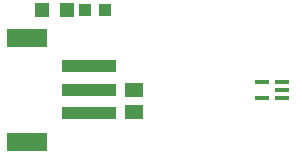
<source format=gbr>
G04 EAGLE Gerber RS-274X export*
G75*
%MOMM*%
%FSLAX34Y34*%
%LPD*%
%INSolderpaste Top*%
%IPPOS*%
%AMOC8*
5,1,8,0,0,1.08239X$1,22.5*%
G01*
%ADD10R,1.500000X1.240000*%
%ADD11R,1.200000X1.200000*%
%ADD12R,1.075000X1.000000*%
%ADD13R,4.600000X1.000000*%
%ADD14R,3.400000X1.600000*%
%ADD15R,1.150000X0.350000*%


D10*
X111760Y88875D03*
X111760Y69875D03*
D11*
X33950Y156210D03*
X54950Y156210D03*
D12*
X70240Y156210D03*
X87240Y156210D03*
D13*
X73355Y68900D03*
X73355Y88900D03*
D14*
X21355Y44900D03*
X21355Y132900D03*
D13*
X73355Y108900D03*
D15*
X237100Y82400D03*
X237100Y88900D03*
X237100Y95400D03*
X220100Y95400D03*
X220100Y82400D03*
M02*

</source>
